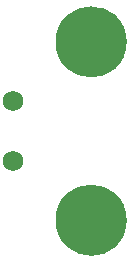
<source format=gbs>
%FSLAX25Y25*%
%MOIN*%
G70*
G01*
G75*
G04 Layer_Color=16711935*
%ADD10R,0.03543X0.03150*%
%ADD11R,0.11811X0.05906*%
%ADD12R,0.11811X0.03937*%
%ADD13R,0.05118X0.03937*%
%ADD14C,0.01000*%
%ADD15C,0.06000*%
%ADD16C,0.03937*%
%ADD17C,0.23622*%
%ADD18C,0.00030*%
%ADD19C,0.00787*%
%ADD20C,0.05906*%
%ADD21R,0.04343X0.03950*%
%ADD22R,0.12611X0.06706*%
%ADD23R,0.12611X0.04737*%
%ADD24R,0.05918X0.04737*%
%ADD25C,0.06800*%
D16*
X98516Y79413D02*
D03*
X111043D02*
D03*
X104780Y82008D02*
D03*
X95921Y73150D02*
D03*
X98516Y66886D02*
D03*
X104780Y64291D02*
D03*
X111043Y66886D02*
D03*
X113638Y73150D02*
D03*
X98516Y19913D02*
D03*
X111043D02*
D03*
X104780Y22508D02*
D03*
X95921Y13650D02*
D03*
X98516Y7386D02*
D03*
X104780Y4791D02*
D03*
X111043Y7386D02*
D03*
X113638Y13650D02*
D03*
D17*
X104780Y73150D02*
D03*
Y13650D02*
D03*
D20*
X113638Y73150D02*
G03*
X113638Y73150I-8858J0D01*
G01*
Y13650D02*
G03*
X113638Y13650I-8858J0D01*
G01*
D25*
X78740Y33307D02*
D03*
Y53307D02*
D03*
M02*

</source>
